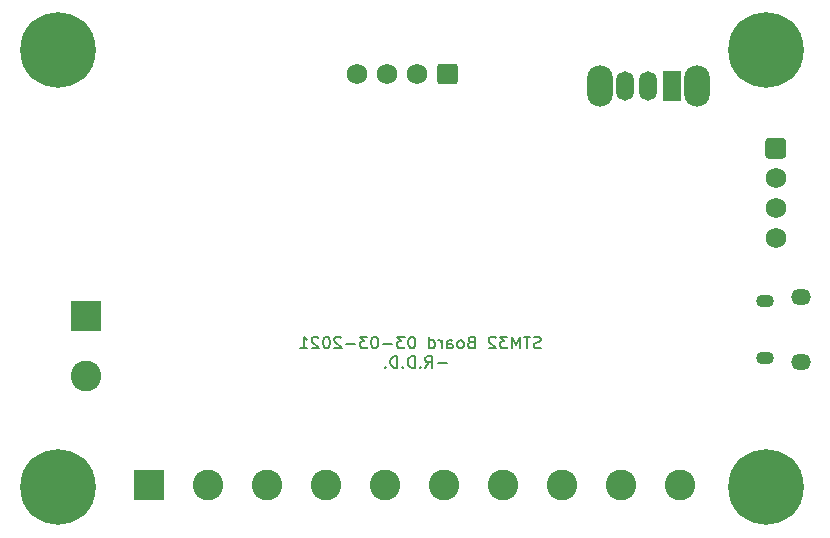
<source format=gbr>
%TF.GenerationSoftware,KiCad,Pcbnew,(5.1.9)-1*%
%TF.CreationDate,2021-03-08T12:26:08+05:30*%
%TF.ProjectId,STM32F4,53544d33-3246-4342-9e6b-696361645f70,rev?*%
%TF.SameCoordinates,Original*%
%TF.FileFunction,Soldermask,Bot*%
%TF.FilePolarity,Negative*%
%FSLAX46Y46*%
G04 Gerber Fmt 4.6, Leading zero omitted, Abs format (unit mm)*
G04 Created by KiCad (PCBNEW (5.1.9)-1) date 2021-03-08 12:26:08*
%MOMM*%
%LPD*%
G01*
G04 APERTURE LIST*
%ADD10C,0.150000*%
%ADD11C,6.400000*%
%ADD12C,0.800000*%
%ADD13C,2.600000*%
%ADD14R,2.600000X2.600000*%
%ADD15C,1.740000*%
%ADD16R,1.500000X2.500000*%
%ADD17O,1.500000X2.500000*%
%ADD18O,2.200000X3.500000*%
%ADD19O,1.500000X1.100000*%
%ADD20O,1.700000X1.350000*%
G04 APERTURE END LIST*
D10*
X70897619Y-55179761D02*
X70754761Y-55227380D01*
X70516666Y-55227380D01*
X70421428Y-55179761D01*
X70373809Y-55132142D01*
X70326190Y-55036904D01*
X70326190Y-54941666D01*
X70373809Y-54846428D01*
X70421428Y-54798809D01*
X70516666Y-54751190D01*
X70707142Y-54703571D01*
X70802380Y-54655952D01*
X70850000Y-54608333D01*
X70897619Y-54513095D01*
X70897619Y-54417857D01*
X70850000Y-54322619D01*
X70802380Y-54275000D01*
X70707142Y-54227380D01*
X70469047Y-54227380D01*
X70326190Y-54275000D01*
X70040476Y-54227380D02*
X69469047Y-54227380D01*
X69754761Y-55227380D02*
X69754761Y-54227380D01*
X69135714Y-55227380D02*
X69135714Y-54227380D01*
X68802380Y-54941666D01*
X68469047Y-54227380D01*
X68469047Y-55227380D01*
X68088095Y-54227380D02*
X67469047Y-54227380D01*
X67802380Y-54608333D01*
X67659523Y-54608333D01*
X67564285Y-54655952D01*
X67516666Y-54703571D01*
X67469047Y-54798809D01*
X67469047Y-55036904D01*
X67516666Y-55132142D01*
X67564285Y-55179761D01*
X67659523Y-55227380D01*
X67945238Y-55227380D01*
X68040476Y-55179761D01*
X68088095Y-55132142D01*
X67088095Y-54322619D02*
X67040476Y-54275000D01*
X66945238Y-54227380D01*
X66707142Y-54227380D01*
X66611904Y-54275000D01*
X66564285Y-54322619D01*
X66516666Y-54417857D01*
X66516666Y-54513095D01*
X66564285Y-54655952D01*
X67135714Y-55227380D01*
X66516666Y-55227380D01*
X64992857Y-54703571D02*
X64850000Y-54751190D01*
X64802380Y-54798809D01*
X64754761Y-54894047D01*
X64754761Y-55036904D01*
X64802380Y-55132142D01*
X64850000Y-55179761D01*
X64945238Y-55227380D01*
X65326190Y-55227380D01*
X65326190Y-54227380D01*
X64992857Y-54227380D01*
X64897619Y-54275000D01*
X64850000Y-54322619D01*
X64802380Y-54417857D01*
X64802380Y-54513095D01*
X64850000Y-54608333D01*
X64897619Y-54655952D01*
X64992857Y-54703571D01*
X65326190Y-54703571D01*
X64183333Y-55227380D02*
X64278571Y-55179761D01*
X64326190Y-55132142D01*
X64373809Y-55036904D01*
X64373809Y-54751190D01*
X64326190Y-54655952D01*
X64278571Y-54608333D01*
X64183333Y-54560714D01*
X64040476Y-54560714D01*
X63945238Y-54608333D01*
X63897619Y-54655952D01*
X63850000Y-54751190D01*
X63850000Y-55036904D01*
X63897619Y-55132142D01*
X63945238Y-55179761D01*
X64040476Y-55227380D01*
X64183333Y-55227380D01*
X62992857Y-55227380D02*
X62992857Y-54703571D01*
X63040476Y-54608333D01*
X63135714Y-54560714D01*
X63326190Y-54560714D01*
X63421428Y-54608333D01*
X62992857Y-55179761D02*
X63088095Y-55227380D01*
X63326190Y-55227380D01*
X63421428Y-55179761D01*
X63469047Y-55084523D01*
X63469047Y-54989285D01*
X63421428Y-54894047D01*
X63326190Y-54846428D01*
X63088095Y-54846428D01*
X62992857Y-54798809D01*
X62516666Y-55227380D02*
X62516666Y-54560714D01*
X62516666Y-54751190D02*
X62469047Y-54655952D01*
X62421428Y-54608333D01*
X62326190Y-54560714D01*
X62230952Y-54560714D01*
X61469047Y-55227380D02*
X61469047Y-54227380D01*
X61469047Y-55179761D02*
X61564285Y-55227380D01*
X61754761Y-55227380D01*
X61850000Y-55179761D01*
X61897619Y-55132142D01*
X61945238Y-55036904D01*
X61945238Y-54751190D01*
X61897619Y-54655952D01*
X61850000Y-54608333D01*
X61754761Y-54560714D01*
X61564285Y-54560714D01*
X61469047Y-54608333D01*
X60040476Y-54227380D02*
X59945238Y-54227380D01*
X59850000Y-54275000D01*
X59802380Y-54322619D01*
X59754761Y-54417857D01*
X59707142Y-54608333D01*
X59707142Y-54846428D01*
X59754761Y-55036904D01*
X59802380Y-55132142D01*
X59850000Y-55179761D01*
X59945238Y-55227380D01*
X60040476Y-55227380D01*
X60135714Y-55179761D01*
X60183333Y-55132142D01*
X60230952Y-55036904D01*
X60278571Y-54846428D01*
X60278571Y-54608333D01*
X60230952Y-54417857D01*
X60183333Y-54322619D01*
X60135714Y-54275000D01*
X60040476Y-54227380D01*
X59373809Y-54227380D02*
X58754761Y-54227380D01*
X59088095Y-54608333D01*
X58945238Y-54608333D01*
X58850000Y-54655952D01*
X58802380Y-54703571D01*
X58754761Y-54798809D01*
X58754761Y-55036904D01*
X58802380Y-55132142D01*
X58850000Y-55179761D01*
X58945238Y-55227380D01*
X59230952Y-55227380D01*
X59326190Y-55179761D01*
X59373809Y-55132142D01*
X58326190Y-54846428D02*
X57564285Y-54846428D01*
X56897619Y-54227380D02*
X56802380Y-54227380D01*
X56707142Y-54275000D01*
X56659523Y-54322619D01*
X56611904Y-54417857D01*
X56564285Y-54608333D01*
X56564285Y-54846428D01*
X56611904Y-55036904D01*
X56659523Y-55132142D01*
X56707142Y-55179761D01*
X56802380Y-55227380D01*
X56897619Y-55227380D01*
X56992857Y-55179761D01*
X57040476Y-55132142D01*
X57088095Y-55036904D01*
X57135714Y-54846428D01*
X57135714Y-54608333D01*
X57088095Y-54417857D01*
X57040476Y-54322619D01*
X56992857Y-54275000D01*
X56897619Y-54227380D01*
X56230952Y-54227380D02*
X55611904Y-54227380D01*
X55945238Y-54608333D01*
X55802380Y-54608333D01*
X55707142Y-54655952D01*
X55659523Y-54703571D01*
X55611904Y-54798809D01*
X55611904Y-55036904D01*
X55659523Y-55132142D01*
X55707142Y-55179761D01*
X55802380Y-55227380D01*
X56088095Y-55227380D01*
X56183333Y-55179761D01*
X56230952Y-55132142D01*
X55183333Y-54846428D02*
X54421428Y-54846428D01*
X53992857Y-54322619D02*
X53945238Y-54275000D01*
X53850000Y-54227380D01*
X53611904Y-54227380D01*
X53516666Y-54275000D01*
X53469047Y-54322619D01*
X53421428Y-54417857D01*
X53421428Y-54513095D01*
X53469047Y-54655952D01*
X54040476Y-55227380D01*
X53421428Y-55227380D01*
X52802380Y-54227380D02*
X52707142Y-54227380D01*
X52611904Y-54275000D01*
X52564285Y-54322619D01*
X52516666Y-54417857D01*
X52469047Y-54608333D01*
X52469047Y-54846428D01*
X52516666Y-55036904D01*
X52564285Y-55132142D01*
X52611904Y-55179761D01*
X52707142Y-55227380D01*
X52802380Y-55227380D01*
X52897619Y-55179761D01*
X52945238Y-55132142D01*
X52992857Y-55036904D01*
X53040476Y-54846428D01*
X53040476Y-54608333D01*
X52992857Y-54417857D01*
X52945238Y-54322619D01*
X52897619Y-54275000D01*
X52802380Y-54227380D01*
X52088095Y-54322619D02*
X52040476Y-54275000D01*
X51945238Y-54227380D01*
X51707142Y-54227380D01*
X51611904Y-54275000D01*
X51564285Y-54322619D01*
X51516666Y-54417857D01*
X51516666Y-54513095D01*
X51564285Y-54655952D01*
X52135714Y-55227380D01*
X51516666Y-55227380D01*
X50564285Y-55227380D02*
X51135714Y-55227380D01*
X50850000Y-55227380D02*
X50850000Y-54227380D01*
X50945238Y-54370238D01*
X51040476Y-54465476D01*
X51135714Y-54513095D01*
X62945238Y-56496428D02*
X62183333Y-56496428D01*
X61135714Y-56877380D02*
X61469047Y-56401190D01*
X61707142Y-56877380D02*
X61707142Y-55877380D01*
X61326190Y-55877380D01*
X61230952Y-55925000D01*
X61183333Y-55972619D01*
X61135714Y-56067857D01*
X61135714Y-56210714D01*
X61183333Y-56305952D01*
X61230952Y-56353571D01*
X61326190Y-56401190D01*
X61707142Y-56401190D01*
X60707142Y-56782142D02*
X60659523Y-56829761D01*
X60707142Y-56877380D01*
X60754761Y-56829761D01*
X60707142Y-56782142D01*
X60707142Y-56877380D01*
X60230952Y-56877380D02*
X60230952Y-55877380D01*
X59992857Y-55877380D01*
X59850000Y-55925000D01*
X59754761Y-56020238D01*
X59707142Y-56115476D01*
X59659523Y-56305952D01*
X59659523Y-56448809D01*
X59707142Y-56639285D01*
X59754761Y-56734523D01*
X59850000Y-56829761D01*
X59992857Y-56877380D01*
X60230952Y-56877380D01*
X59230952Y-56782142D02*
X59183333Y-56829761D01*
X59230952Y-56877380D01*
X59278571Y-56829761D01*
X59230952Y-56782142D01*
X59230952Y-56877380D01*
X58754761Y-56877380D02*
X58754761Y-55877380D01*
X58516666Y-55877380D01*
X58373809Y-55925000D01*
X58278571Y-56020238D01*
X58230952Y-56115476D01*
X58183333Y-56305952D01*
X58183333Y-56448809D01*
X58230952Y-56639285D01*
X58278571Y-56734523D01*
X58373809Y-56829761D01*
X58516666Y-56877380D01*
X58754761Y-56877380D01*
X57754761Y-56782142D02*
X57707142Y-56829761D01*
X57754761Y-56877380D01*
X57802380Y-56829761D01*
X57754761Y-56782142D01*
X57754761Y-56877380D01*
D11*
%TO.C,H4*%
X90000000Y-67000000D03*
D12*
X92400000Y-67000000D03*
X91697056Y-68697056D03*
X90000000Y-69400000D03*
X88302944Y-68697056D03*
X87600000Y-67000000D03*
X88302944Y-65302944D03*
X90000000Y-64600000D03*
X91697056Y-65302944D03*
%TD*%
%TO.C,H3*%
X91697056Y-28302944D03*
X90000000Y-27600000D03*
X88302944Y-28302944D03*
X87600000Y-30000000D03*
X88302944Y-31697056D03*
X90000000Y-32400000D03*
X91697056Y-31697056D03*
X92400000Y-30000000D03*
D11*
X90000000Y-30000000D03*
%TD*%
D12*
%TO.C,H2*%
X31697056Y-28302944D03*
X30000000Y-27600000D03*
X28302944Y-28302944D03*
X27600000Y-30000000D03*
X28302944Y-31697056D03*
X30000000Y-32400000D03*
X31697056Y-31697056D03*
X32400000Y-30000000D03*
D11*
X30000000Y-30000000D03*
%TD*%
D12*
%TO.C,H1*%
X31697056Y-65302944D03*
X30000000Y-64600000D03*
X28302944Y-65302944D03*
X27600000Y-67000000D03*
X28302944Y-68697056D03*
X30000000Y-69400000D03*
X31697056Y-68697056D03*
X32400000Y-67000000D03*
D11*
X30000000Y-67000000D03*
%TD*%
D13*
%TO.C,J1*%
X32385000Y-57531000D03*
D14*
X32385000Y-52451000D03*
%TD*%
D15*
%TO.C,J4*%
X90800000Y-45920000D03*
X90800000Y-43380000D03*
X90800000Y-40840000D03*
G36*
G01*
X90179999Y-37430000D02*
X91420001Y-37430000D01*
G75*
G02*
X91670000Y-37679999I0J-249999D01*
G01*
X91670000Y-38920001D01*
G75*
G02*
X91420001Y-39170000I-249999J0D01*
G01*
X90179999Y-39170000D01*
G75*
G02*
X89930000Y-38920001I0J249999D01*
G01*
X89930000Y-37679999D01*
G75*
G02*
X90179999Y-37430000I249999J0D01*
G01*
G37*
%TD*%
D16*
%TO.C,SW1*%
X82000000Y-33000000D03*
D17*
X80000000Y-33000000D03*
X78000000Y-33000000D03*
D18*
X84100000Y-33000000D03*
X75900000Y-33000000D03*
%TD*%
D14*
%TO.C,J2*%
X37719000Y-66802000D03*
D13*
X42719000Y-66802000D03*
X47719000Y-66802000D03*
X52719000Y-66802000D03*
X57719000Y-66802000D03*
X62719000Y-66802000D03*
X67719000Y-66802000D03*
X72719000Y-66802000D03*
X77719000Y-66802000D03*
X82719000Y-66802000D03*
%TD*%
%TO.C,J5*%
G36*
G01*
X63870000Y-31379999D02*
X63870000Y-32620001D01*
G75*
G02*
X63620001Y-32870000I-249999J0D01*
G01*
X62379999Y-32870000D01*
G75*
G02*
X62130000Y-32620001I0J249999D01*
G01*
X62130000Y-31379999D01*
G75*
G02*
X62379999Y-31130000I249999J0D01*
G01*
X63620001Y-31130000D01*
G75*
G02*
X63870000Y-31379999I0J-249999D01*
G01*
G37*
D15*
X60460000Y-32000000D03*
X57920000Y-32000000D03*
X55380000Y-32000000D03*
%TD*%
D19*
%TO.C,J6*%
X89915000Y-56045000D03*
X89915000Y-51205000D03*
D20*
X92915000Y-56355000D03*
X92915000Y-50895000D03*
%TD*%
M02*

</source>
